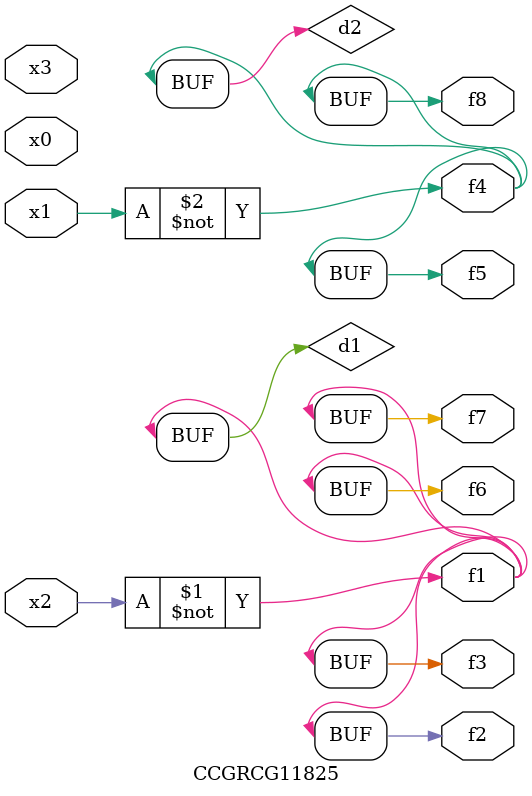
<source format=v>
module CCGRCG11825(
	input x0, x1, x2, x3,
	output f1, f2, f3, f4, f5, f6, f7, f8
);

	wire d1, d2;

	xnor (d1, x2);
	not (d2, x1);
	assign f1 = d1;
	assign f2 = d1;
	assign f3 = d1;
	assign f4 = d2;
	assign f5 = d2;
	assign f6 = d1;
	assign f7 = d1;
	assign f8 = d2;
endmodule

</source>
